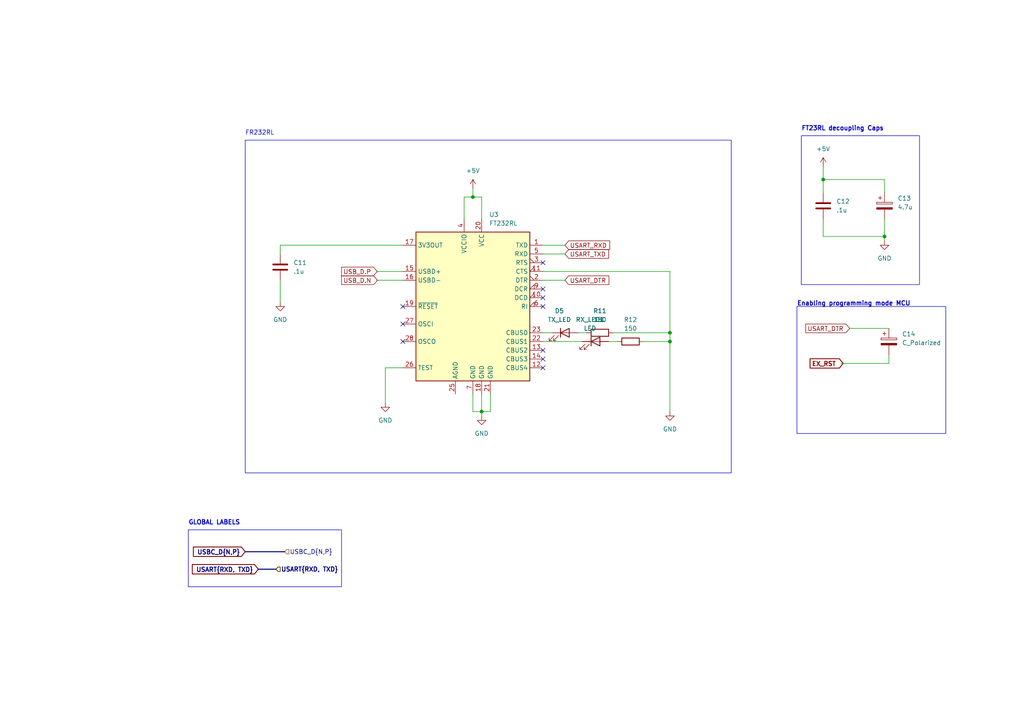
<source format=kicad_sch>
(kicad_sch (version 20230121) (generator eeschema)
  (paper "A4")
  (lib_symbols
    (symbol "Device:C" (pin_numbers hide) (pin_names (offset 0.254))
      (property "Reference" "C" (at 0.635 2.54 0))
      (property "Value" "C" (at 0.635 -2.54 0))
      (symbol "C_0_1"
        (polyline (pts (xy -2.032 -0.762) (xy 2.032 -0.762)) (stroke (width 0.508)))
        (polyline (pts (xy -2.032 0.762) (xy 2.032 0.762)) (stroke (width 0.508)))
      )
      (symbol "C_1_1"
        (pin passive line (at 0 3.81 270) (length 2.794) (name "~") (number "1"))
        (pin passive line (at 0 -3.81 90) (length 2.794) (name "~") (number "2"))
      )
    )
    (symbol "Device:C_Polarized" (pin_numbers hide) (pin_names (offset 0.254))
      (property "Reference" "C" (at 0.635 2.54 0))
      (property "Value" "C_Polarized" (at 0.635 -2.54 0))
      (symbol "C_Polarized_0_1"
        (rectangle (start -2.286 0.508) (end 2.286 1.016))
        (polyline (pts (xy -1.778 2.286) (xy -0.762 2.286)))
        (polyline (pts (xy -1.27 2.794) (xy -1.27 1.778)))
        (rectangle (start 2.286 -0.508) (end -2.286 -1.016) (fill (type outline)))
      )
      (symbol "C_Polarized_1_1"
        (pin passive line (at 0 3.81 270) (length 2.794) (name "~") (number "1"))
        (pin passive line (at 0 -3.81 90) (length 2.794) (name "~") (number "2"))
      )
    )
    (symbol "Device:LED" (pin_numbers hide) (pin_names (offset 1.016) hide)
      (property "Reference" "D" (at 0 2.54 0))
      (property "Value" "LED" (at 0 -2.54 0))
      (symbol "LED_0_1"
        (polyline (pts (xy -1.27 -1.27) (xy -1.27 1.27)) (stroke (width 0.254)))
        (polyline (pts (xy -1.27 0) (xy 1.27 0)))
        (polyline (pts (xy 1.27 -1.27) (xy 1.27 1.27) (xy -1.27 0) (xy 1.27 -1.27)) (stroke (width 0.254)))
        (polyline (pts (xy -3.048 -0.762) (xy -4.572 -2.286) (xy -3.81 -2.286) (xy -4.572 -2.286) (xy -4.572 -1.524)))
        (polyline (pts (xy -1.778 -0.762) (xy -3.302 -2.286) (xy -2.54 -2.286) (xy -3.302 -2.286) (xy -3.302 -1.524)))
      )
      (symbol "LED_1_1"
        (pin passive line (at -3.81 0 0) (length 2.54) (name "K") (number "1"))
        (pin passive line (at 3.81 0 180) (length 2.54) (name "A") (number "2"))
      )
    )
    (symbol "Device:R" (pin_numbers hide) (pin_names (offset 0))
      (property "Reference" "R" (at 2.032 0 90))
      (property "Value" "R" (at 0 0 90))
      (symbol "R_0_1"
        (rectangle (start -1.016 -2.54) (end 1.016 2.54) (stroke (width 0.254)))
      )
      (symbol "R_1_1"
        (pin passive line (at 0 3.81 270) (length 1.27) (name "~") (number "1"))
        (pin passive line (at 0 -3.81 90) (length 1.27) (name "~") (number "2"))
      )
    )
    (symbol "Interface_USB:FT232RL"
      (property "Reference" "U" (at -16.51 22.86 0))
      (property "Value" "FT232RL" (at 10.16 22.86 0))
      (symbol "FT232RL_0_1"
        (rectangle (start -16.51 21.59) (end 16.51 -21.59) (stroke (width 0.254)) (fill (type background)))
      )
      (symbol "FT232RL_1_1"
        (pin output line (at 20.32 17.78 180) (length 3.81) (name "TXD") (number "1"))
        (pin input input_low (at 20.32 2.54 180) (length 3.81) (name "DCD") (number "10"))
        (pin input input_low (at 20.32 10.16 180) (length 3.81) (name "CTS") (number "11"))
        (pin bidirectional line (at 20.32 -17.78 180) (length 3.81) (name "CBUS4") (number "12"))
        (pin bidirectional line (at 20.32 -12.7 180) (length 3.81) (name "CBUS2") (number "13"))
        (pin bidirectional line (at 20.32 -15.24 180) (length 3.81) (name "CBUS3") (number "14"))
        (pin bidirectional line (at -20.32 10.16 0) (length 3.81) (name "USBD+") (number "15"))
        (pin bidirectional line (at -20.32 7.62 0) (length 3.81) (name "USBD-") (number "16"))
        (pin power_out line (at -20.32 17.78 0) (length 3.81) (name "3V3OUT") (number "17"))
        (pin power_in line (at 2.54 -25.4 90) (length 3.81) (name "GND") (number "18"))
        (pin input line (at -20.32 0 0) (length 3.81) (name "~{RESET}") (number "19"))
        (pin output output_low (at 20.32 7.62 180) (length 3.81) (name "DTR") (number "2"))
        (pin power_in line (at 2.54 25.4 270) (length 3.81) (name "VCC") (number "20"))
        (pin power_in line (at 5.08 -25.4 90) (length 3.81) (name "GND") (number "21"))
        (pin bidirectional line (at 20.32 -10.16 180) (length 3.81) (name "CBUS1") (number "22"))
        (pin bidirectional line (at 20.32 -7.62 180) (length 3.81) (name "CBUS0") (number "23"))
        (pin power_in line (at -5.08 -25.4 90) (length 3.81) (name "AGND") (number "25"))
        (pin input line (at -20.32 -17.78 0) (length 3.81) (name "TEST") (number "26"))
        (pin input line (at -20.32 -5.08 0) (length 3.81) (name "OSCI") (number "27"))
        (pin output line (at -20.32 -10.16 0) (length 3.81) (name "OSCO") (number "28"))
        (pin output output_low (at 20.32 12.7 180) (length 3.81) (name "RTS") (number "3"))
        (pin power_in line (at -2.54 25.4 270) (length 3.81) (name "VCCIO") (number "4"))
        (pin input line (at 20.32 15.24 180) (length 3.81) (name "RXD") (number "5"))
        (pin input input_low (at 20.32 0 180) (length 3.81) (name "RI") (number "6"))
        (pin power_in line (at 0 -25.4 90) (length 3.81) (name "GND") (number "7"))
        (pin input input_low (at 20.32 5.08 180) (length 3.81) (name "DCR") (number "9"))
      )
    )
    (symbol "power:+5V" (power) (pin_names (offset 0))
      (property "Value" "+5V" (at 0 3.556 0))
      (symbol "+5V_0_1"
        (polyline (pts (xy -0.762 1.27) (xy 0 2.54)))
        (polyline (pts (xy 0 0) (xy 0 2.54)))
        (polyline (pts (xy 0 2.54) (xy 0.762 1.27)))
      )
      (symbol "+5V_1_1"
        (pin power_in line (at 0 0 90) (length 0) hide (name "+5V") (number "1"))
      )
    )
    (symbol "power:GND" (power) (pin_names (offset 0))
      (property "Value" "GND" (at 0 -3.81 0))
      (symbol "GND_0_1"
        (polyline (pts (xy 0 0) (xy 0 -1.27) (xy 1.27 -1.27) (xy 0 -2.54) (xy -1.27 -1.27) (xy 0 -1.27)))
      )
      (symbol "GND_1_1"
        (pin power_in line (at 0 0 270) (length 0) hide (name "GND") (number "1"))
      )
    )
  )
  (junction (at 238.76 52.07))
  (junction (at 256.54 68.58))
  (junction (at 194.31 96.52))
  (junction (at 139.7 119.38))
  (junction (at 194.31 99.06))
  (junction (at 137.16 57.15))
  (no_connect (at 157.48 106.68))
  (no_connect (at 157.48 104.14))
  (no_connect (at 116.84 88.9))
  (no_connect (at 116.84 99.06))
  (no_connect (at 157.48 86.36))
  (no_connect (at 116.84 93.98))
  (no_connect (at 157.48 88.9))
  (no_connect (at 157.48 76.2))
  (no_connect (at 157.48 101.6))
  (no_connect (at 157.48 83.82))
  (wire (pts (xy 256.54 63.5) (xy 256.54 68.58)))
  (wire (pts (xy 157.48 73.66) (xy 163.83 73.66)))
  (wire (pts (xy 238.76 52.07) (xy 256.54 52.07)))
  (wire (pts (xy 139.7 119.38) (xy 142.24 119.38)))
  (bus (pts (xy 74.93 165.1) (xy 80.01 165.1)))
  (wire (pts (xy 157.48 96.52) (xy 160.02 96.52)))
  (wire (pts (xy 137.16 57.15) (xy 139.7 57.15)))
  (wire (pts (xy 157.48 81.28) (xy 163.83 81.28)))
  (wire (pts (xy 139.7 119.38) (xy 139.7 120.65)))
  (wire (pts (xy 109.22 78.74) (xy 116.84 78.74)))
  (wire (pts (xy 186.69 99.06) (xy 194.31 99.06)))
  (wire (pts (xy 116.84 71.12) (xy 81.28 71.12)))
  (wire (pts (xy 238.76 68.58) (xy 256.54 68.58)))
  (wire (pts (xy 243.84 105.41) (xy 257.81 105.41)))
  (wire (pts (xy 246.38 95.25) (xy 257.81 95.25)))
  (wire (pts (xy 194.31 78.74) (xy 194.31 96.52)))
  (wire (pts (xy 134.62 57.15) (xy 137.16 57.15)))
  (wire (pts (xy 137.16 114.3) (xy 137.16 119.38)))
  (wire (pts (xy 139.7 114.3) (xy 139.7 119.38)))
  (wire (pts (xy 167.64 96.52) (xy 170.18 96.52)))
  (wire (pts (xy 238.76 48.26) (xy 238.76 52.07)))
  (wire (pts (xy 157.48 99.06) (xy 168.91 99.06)))
  (wire (pts (xy 137.16 54.61) (xy 137.16 57.15)))
  (wire (pts (xy 139.7 63.5) (xy 139.7 57.15)))
  (wire (pts (xy 109.22 81.28) (xy 116.84 81.28)))
  (wire (pts (xy 116.84 106.68) (xy 111.76 106.68)))
  (wire (pts (xy 256.54 52.07) (xy 256.54 55.88)))
  (wire (pts (xy 177.8 96.52) (xy 194.31 96.52)))
  (wire (pts (xy 257.81 102.87) (xy 257.81 105.41)))
  (wire (pts (xy 176.53 99.06) (xy 179.07 99.06)))
  (bus (pts (xy 71.12 160.02) (xy 82.55 160.02)))
  (wire (pts (xy 238.76 52.07) (xy 238.76 55.88)))
  (wire (pts (xy 137.16 119.38) (xy 139.7 119.38)))
  (wire (pts (xy 194.31 96.52) (xy 194.31 99.06)))
  (wire (pts (xy 157.48 71.12) (xy 163.83 71.12)))
  (wire (pts (xy 256.54 68.58) (xy 256.54 69.85)))
  (wire (pts (xy 134.62 63.5) (xy 134.62 57.15)))
  (wire (pts (xy 157.48 78.74) (xy 194.31 78.74)))
  (wire (pts (xy 81.28 81.28) (xy 81.28 87.63)))
  (wire (pts (xy 238.76 63.5) (xy 238.76 68.58)))
  (wire (pts (xy 142.24 114.3) (xy 142.24 119.38)))
  (wire (pts (xy 81.28 71.12) (xy 81.28 73.66)))
  (wire (pts (xy 194.31 99.06) (xy 194.31 119.38)))
  (wire (pts (xy 111.76 106.68) (xy 111.76 116.84)))
  (rectangle (start 54.61 153.67) (end 99.06 170.18))
  (rectangle (start 71.12 40.64) (end 212.09 137.16))
  (rectangle (start 232.41 39.37) (end 266.7 82.55))
  (rectangle (start 231.14 88.9) (end 274.32 125.73))
  (text "Enabling programming mode MCU" (at 231.14 88.9 0) (effects (font (size 1.27 1.27) bold) (justify left bottom)))
  (text "GLOBAL LABELS" (at 54.61 152.4 0) (effects (font (size 1.27 1.27) bold) (justify left bottom)))
  (text "FR232RL\n" (at 71.12 39.37 0) (effects (font (size 1.27 1.27)) (justify left bottom)))
  (text "FT23RL decoupling Caps\n" (at 232.41 38.1 0) (effects (font (size 1.27 1.27) bold) (justify left bottom)))
  (global_label "USB_D.P" (shape output) (at 99.06 78.74 0) (property "Intersheetrefs" "${INTERSHEET_REFS}" (effects hide)))
  (global_label "USART_RXD" (shape input) (at 163.83 71.12 0) (property "Intersheetrefs" "${INTERSHEET_REFS}" (effects hide)))
  (global_label "USBC_D{N,P}" (shape input) (at 71.12 160.02 180) (effects (font (thickness 0.254) bold)) (property "Intersheetrefs" "${INTERSHEET_REFS}" (effects hide)))
  (global_label "EX_RST" (shape output) (at 234.95 105.41 0) (effects (font (thickness 0.254) bold)) (property "Intersheetrefs" "${INTERSHEET_REFS}" (effects hide)))
  (global_label "USB_D.N" (shape output) (at 99.06 81.28 0) (property "Intersheetrefs" "${INTERSHEET_REFS}" (effects hide)))
  (global_label "USART_DTR" (shape input) (at 163.83 81.28 0) (property "Intersheetrefs" "${INTERSHEET_REFS}" (effects hide)))
  (global_label "USART{RXD, TXD}" (shape input) (at 74.93 165.1 180) (effects (font bold)) (property "Intersheetrefs" "${INTERSHEET_REFS}" (effects hide)))
  (global_label "USART_TXD" (shape input) (at 163.83 73.66 0) (property "Intersheetrefs" "${INTERSHEET_REFS}" (effects hide)))
  (global_label "USART_DTR" (shape output) (at 233.68 95.25 0) (property "Intersheetrefs" "${INTERSHEET_REFS}" (effects hide)))
  (hierarchical_label "USBC_D{N,P}" (shape input) (at 82.55 160.02 0))
  (hierarchical_label "USART{RXD, TXD}" (shape input) (at 80.01 165.1 0) (effects (font bold)))
  (symbol (lib_id "power:GND") (at 256.54 69.85 0) (unit 1)
    (property "Reference" "#PWR033" (effects hide))
    (property "Value" "GND" (at 256.54 74.93 0))
  )
  (symbol (lib_id "power:+5V") (at 238.76 48.26 0) (unit 1)
    (property "Reference" "#PWR034" (effects hide))
    (property "Value" "+5V" (at 238.76 43.18 0))
  )
  (symbol (lib_id "Device:C") (at 81.28 77.47 0) (unit 1)
    (property "Reference" "C11" (at 85.09 76.2 0) (effects (justify left)))
    (property "Value" ".1u" (at 85.09 78.74 0) (effects (justify left)))
  )
  (symbol (lib_id "power:GND") (at 81.28 87.63 0) (unit 1)
    (property "Reference" "#PWR031" (effects hide))
    (property "Value" "GND" (at 81.28 92.71 0))
  )
  (symbol (lib_id "power:GND") (at 139.7 120.65 0) (unit 1)
    (property "Reference" "#PWR028" (effects hide))
    (property "Value" "GND" (at 139.7 125.73 0))
  )
  (symbol (lib_id "power:+5V") (at 137.16 54.61 0) (unit 1)
    (property "Reference" "#PWR032" (effects hide))
    (property "Value" "+5V" (at 137.16 49.53 0))
  )
  (symbol (lib_id "Device:C_Polarized") (at 256.54 59.69 0) (unit 1)
    (property "Reference" "C13" (at 260.35 57.531 0) (effects (justify left)))
    (property "Value" "4.7u" (at 260.35 60.071 0) (effects (justify left)))
  )
  (symbol (lib_id "Device:LED") (at 163.83 96.52 0) (unit 1)
    (property "Reference" "D5" (at 162.2425 90.17 0))
    (property "Value" "TX_LED" (at 162.2425 92.71 0))
  )
  (symbol (lib_id "Device:LED") (at 172.72 99.06 0) (unit 1)
    (property "Reference" "RX_LED1" (at 171.1325 92.71 0))
    (property "Value" "LED" (at 171.1325 95.25 0))
  )
  (symbol (lib_id "Device:C_Polarized") (at 257.81 99.06 0) (unit 1)
    (property "Reference" "C14" (at 261.62 96.901 0) (effects (justify left)))
    (property "Value" "C_Polarized" (at 261.62 99.441 0) (effects (justify left)))
  )
  (symbol (lib_id "Interface_USB:FT232RL") (at 137.16 88.9 0) (unit 1)
    (property "Reference" "U3" (at 141.8941 62.23 0) (effects (justify left)))
    (property "Value" "FT232RL" (at 141.8941 64.77 0) (effects (justify left)))
    (property "Footprint" "Package_SO:SSOP-28_5.3x10.2mm_P0.65mm" (effects hide))
    (property "Datasheet" "https://www.ftdichip.com/Support/Documents/DataSheets/ICs/DS_FT232R.pdf" (effects hide))
  )
  (symbol (lib_id "Device:R") (at 182.88 99.06 270) (unit 1)
    (property "Reference" "R12" (at 182.88 92.71 90))
    (property "Value" "150" (at 182.88 95.25 90))
  )
  (symbol (lib_id "power:GND") (at 111.76 116.84 0) (unit 1)
    (property "Reference" "#PWR029" (effects hide))
    (property "Value" "GND" (at 111.76 121.92 0))
  )
  (symbol (lib_id "Device:C") (at 238.76 59.69 0) (unit 1)
    (property "Reference" "C12" (at 242.57 58.42 0) (effects (justify left)))
    (property "Value" ".1u" (at 242.57 60.96 0) (effects (justify left)))
  )
  (symbol (lib_id "Device:R") (at 173.99 96.52 270) (unit 1)
    (property "Reference" "R11" (at 173.99 90.17 90))
    (property "Value" "150" (at 173.99 92.71 90))
  )
  (symbol (lib_id "power:GND") (at 194.31 119.38 0) (unit 1)
    (property "Reference" "#PWR030" (effects hide))
    (property "Value" "GND" (at 194.31 124.46 0))
  )
)
</source>
